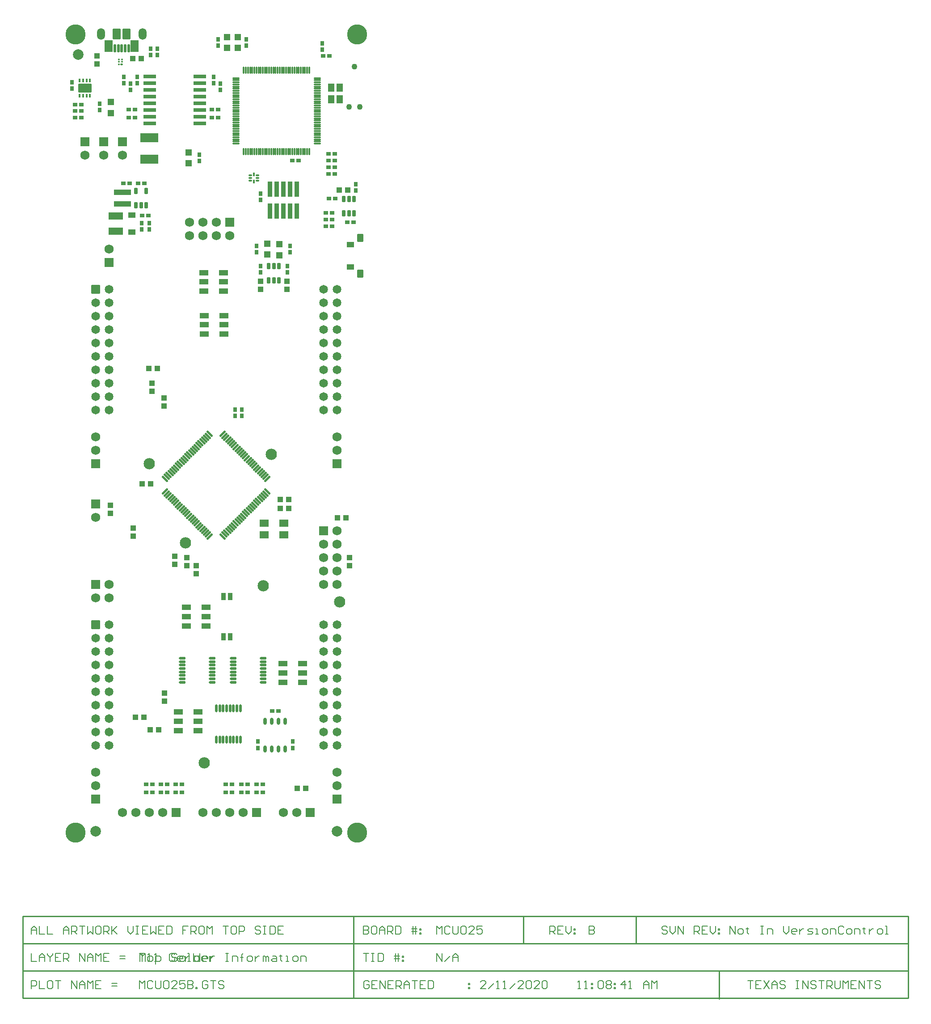
<source format=gts>
G04*
G04 #@! TF.GenerationSoftware,Altium Limited,Altium Designer,18.1.9 (240)*
G04*
G04 Layer_Color=8388736*
%FSAX25Y25*%
%MOIN*%
G70*
G01*
G75*
%ADD11C,0.01000*%
%ADD18C,0.00800*%
G04:AMPARAMS|DCode=72|XSize=29.59mil|YSize=92.58mil|CornerRadius=3.92mil|HoleSize=0mil|Usage=FLASHONLY|Rotation=270.000|XOffset=0mil|YOffset=0mil|HoleType=Round|Shape=RoundedRectangle|*
%AMROUNDEDRECTD72*
21,1,0.02959,0.08474,0,0,270.0*
21,1,0.02175,0.09258,0,0,270.0*
1,1,0.00784,-0.04237,-0.01088*
1,1,0.00784,-0.04237,0.01088*
1,1,0.00784,0.04237,0.01088*
1,1,0.00784,0.04237,-0.01088*
%
%ADD72ROUNDEDRECTD72*%
G04:AMPARAMS|DCode=73|XSize=11.87mil|YSize=17.78mil|CornerRadius=3.97mil|HoleSize=0mil|Usage=FLASHONLY|Rotation=270.000|XOffset=0mil|YOffset=0mil|HoleType=Round|Shape=RoundedRectangle|*
%AMROUNDEDRECTD73*
21,1,0.01187,0.00984,0,0,270.0*
21,1,0.00394,0.01778,0,0,270.0*
1,1,0.00794,-0.00492,-0.00197*
1,1,0.00794,-0.00492,0.00197*
1,1,0.00794,0.00492,0.00197*
1,1,0.00794,0.00492,-0.00197*
%
%ADD73ROUNDEDRECTD73*%
G04:AMPARAMS|DCode=74|XSize=11.87mil|YSize=15.81mil|CornerRadius=3.97mil|HoleSize=0mil|Usage=FLASHONLY|Rotation=270.000|XOffset=0mil|YOffset=0mil|HoleType=Round|Shape=RoundedRectangle|*
%AMROUNDEDRECTD74*
21,1,0.01187,0.00787,0,0,270.0*
21,1,0.00394,0.01581,0,0,270.0*
1,1,0.00794,-0.00394,-0.00197*
1,1,0.00794,-0.00394,0.00197*
1,1,0.00794,0.00394,0.00197*
1,1,0.00794,0.00394,-0.00197*
%
%ADD74ROUNDEDRECTD74*%
%ADD75R,0.06699X0.05321*%
%ADD76R,0.03550X0.02762*%
%ADD77R,0.05124X0.05124*%
%ADD78O,0.02565X0.05321*%
%ADD79R,0.02762X0.03550*%
%ADD80R,0.05124X0.05912*%
%ADD81R,0.03313X0.11384*%
G04:AMPARAMS|DCode=82|XSize=15.81mil|YSize=27.62mil|CornerRadius=3.95mil|HoleSize=0mil|Usage=FLASHONLY|Rotation=0.000|XOffset=0mil|YOffset=0mil|HoleType=Round|Shape=RoundedRectangle|*
%AMROUNDEDRECTD82*
21,1,0.01581,0.01972,0,0,0.0*
21,1,0.00791,0.02762,0,0,0.0*
1,1,0.00790,0.00396,-0.00986*
1,1,0.00790,-0.00396,-0.00986*
1,1,0.00790,-0.00396,0.00986*
1,1,0.00790,0.00396,0.00986*
%
%ADD82ROUNDEDRECTD82*%
G04:AMPARAMS|DCode=83|XSize=13.84mil|YSize=25.65mil|CornerRadius=3.97mil|HoleSize=0mil|Usage=FLASHONLY|Rotation=270.000|XOffset=0mil|YOffset=0mil|HoleType=Round|Shape=RoundedRectangle|*
%AMROUNDEDRECTD83*
21,1,0.01384,0.01772,0,0,270.0*
21,1,0.00591,0.02565,0,0,270.0*
1,1,0.00794,-0.00886,-0.00295*
1,1,0.00794,-0.00886,0.00295*
1,1,0.00794,0.00886,0.00295*
1,1,0.00794,0.00886,-0.00295*
%
%ADD83ROUNDEDRECTD83*%
G04:AMPARAMS|DCode=84|XSize=11.87mil|YSize=25.65mil|CornerRadius=3.97mil|HoleSize=0mil|Usage=FLASHONLY|Rotation=270.000|XOffset=0mil|YOffset=0mil|HoleType=Round|Shape=RoundedRectangle|*
%AMROUNDEDRECTD84*
21,1,0.01187,0.01772,0,0,270.0*
21,1,0.00394,0.02565,0,0,270.0*
1,1,0.00794,-0.00886,-0.00197*
1,1,0.00794,-0.00886,0.00197*
1,1,0.00794,0.00886,0.00197*
1,1,0.00794,0.00886,-0.00197*
%
%ADD84ROUNDEDRECTD84*%
%ADD85R,0.05124X0.04731*%
%ADD86C,0.07874*%
%ADD87R,0.13786X0.06699*%
%ADD88R,0.05203X0.04002*%
%ADD89R,0.12998X0.04337*%
G04:AMPARAMS|DCode=90|XSize=39.43mil|YSize=55.18mil|CornerRadius=3.95mil|HoleSize=0mil|Usage=FLASHONLY|Rotation=270.000|XOffset=0mil|YOffset=0mil|HoleType=Round|Shape=RoundedRectangle|*
%AMROUNDEDRECTD90*
21,1,0.03943,0.04728,0,0,270.0*
21,1,0.03154,0.05518,0,0,270.0*
1,1,0.00790,-0.02364,-0.01577*
1,1,0.00790,-0.02364,0.01577*
1,1,0.00790,0.02364,0.01577*
1,1,0.00790,0.02364,-0.01577*
%
%ADD90ROUNDEDRECTD90*%
G04:AMPARAMS|DCode=91|XSize=61.09mil|YSize=43.37mil|CornerRadius=3.97mil|HoleSize=0mil|Usage=FLASHONLY|Rotation=270.000|XOffset=0mil|YOffset=0mil|HoleType=Round|Shape=RoundedRectangle|*
%AMROUNDEDRECTD91*
21,1,0.06109,0.03543,0,0,270.0*
21,1,0.05315,0.04337,0,0,270.0*
1,1,0.00794,-0.01772,-0.02657*
1,1,0.00794,-0.01772,0.02657*
1,1,0.00794,0.01772,0.02657*
1,1,0.00794,0.01772,-0.02657*
%
%ADD91ROUNDEDRECTD91*%
%ADD92R,0.06699X0.04337*%
G04:AMPARAMS|DCode=93|XSize=27.62mil|YSize=43.37mil|CornerRadius=4.01mil|HoleSize=0mil|Usage=FLASHONLY|Rotation=180.000|XOffset=0mil|YOffset=0mil|HoleType=Round|Shape=RoundedRectangle|*
%AMROUNDEDRECTD93*
21,1,0.02762,0.03535,0,0,180.0*
21,1,0.01961,0.04337,0,0,180.0*
1,1,0.00802,-0.00980,0.01768*
1,1,0.00802,0.00980,0.01768*
1,1,0.00802,0.00980,-0.01768*
1,1,0.00802,-0.00980,-0.01768*
%
%ADD93ROUNDEDRECTD93*%
G04:AMPARAMS|DCode=94|XSize=68.96mil|YSize=98.49mil|CornerRadius=3.95mil|HoleSize=0mil|Usage=FLASHONLY|Rotation=270.000|XOffset=0mil|YOffset=0mil|HoleType=Round|Shape=RoundedRectangle|*
%AMROUNDEDRECTD94*
21,1,0.06896,0.09059,0,0,270.0*
21,1,0.06106,0.09849,0,0,270.0*
1,1,0.00790,-0.04530,-0.03053*
1,1,0.00790,-0.04530,0.03053*
1,1,0.00790,0.04530,0.03053*
1,1,0.00790,0.04530,-0.03053*
%
%ADD94ROUNDEDRECTD94*%
%ADD95R,0.11030X0.05518*%
%ADD96R,0.04140X0.04337*%
%ADD97R,0.04337X0.04140*%
%ADD98R,0.03392X0.05400*%
%ADD99R,0.06699X0.04337*%
%ADD100O,0.01187X0.05912*%
%ADD101O,0.05912X0.01187*%
%ADD102O,0.02172X0.05912*%
%ADD103O,0.05124X0.01975*%
G04:AMPARAMS|DCode=104|XSize=62.07mil|YSize=86.68mil|CornerRadius=4.03mil|HoleSize=0mil|Usage=FLASHONLY|Rotation=0.000|XOffset=0mil|YOffset=0mil|HoleType=Round|Shape=RoundedRectangle|*
%AMROUNDEDRECTD104*
21,1,0.06207,0.07861,0,0,0.0*
21,1,0.05401,0.08668,0,0,0.0*
1,1,0.00807,0.02700,-0.03931*
1,1,0.00807,-0.02700,-0.03931*
1,1,0.00807,-0.02700,0.03931*
1,1,0.00807,0.02700,0.03931*
%
%ADD104ROUNDEDRECTD104*%
G04:AMPARAMS|DCode=105|XSize=58.13mil|YSize=78.8mil|CornerRadius=3.9mil|HoleSize=0mil|Usage=FLASHONLY|Rotation=0.000|XOffset=0mil|YOffset=0mil|HoleType=Round|Shape=RoundedRectangle|*
%AMROUNDEDRECTD105*
21,1,0.05813,0.07101,0,0,0.0*
21,1,0.05034,0.07880,0,0,0.0*
1,1,0.00779,0.02517,-0.03551*
1,1,0.00779,-0.02517,-0.03551*
1,1,0.00779,-0.02517,0.03551*
1,1,0.00779,0.02517,0.03551*
%
%ADD105ROUNDEDRECTD105*%
G04:AMPARAMS|DCode=106|XSize=21.72mil|YSize=58.33mil|CornerRadius=3.95mil|HoleSize=0mil|Usage=FLASHONLY|Rotation=0.000|XOffset=0mil|YOffset=0mil|HoleType=Round|Shape=RoundedRectangle|*
%AMROUNDEDRECTD106*
21,1,0.02172,0.05043,0,0,0.0*
21,1,0.01382,0.05833,0,0,0.0*
1,1,0.00790,0.00691,-0.02522*
1,1,0.00790,-0.00691,-0.02522*
1,1,0.00790,-0.00691,0.02522*
1,1,0.00790,0.00691,0.02522*
%
%ADD106ROUNDEDRECTD106*%
G04:AMPARAMS|DCode=107|XSize=15.81mil|YSize=61.09mil|CornerRadius=0mil|HoleSize=0mil|Usage=FLASHONLY|Rotation=315.000|XOffset=0mil|YOffset=0mil|HoleType=Round|Shape=Round|*
%AMOVALD107*
21,1,0.04528,0.01581,0.00000,0.00000,45.0*
1,1,0.01581,-0.01601,-0.01601*
1,1,0.01581,0.01601,0.01601*
%
%ADD107OVALD107*%

G04:AMPARAMS|DCode=108|XSize=15.81mil|YSize=61.09mil|CornerRadius=0mil|HoleSize=0mil|Usage=FLASHONLY|Rotation=45.000|XOffset=0mil|YOffset=0mil|HoleType=Round|Shape=Round|*
%AMOVALD108*
21,1,0.04528,0.01581,0.00000,0.00000,135.0*
1,1,0.01581,0.01601,-0.01601*
1,1,0.01581,-0.01601,0.01601*
%
%ADD108OVALD108*%

G04:AMPARAMS|DCode=109|XSize=68.96mil|YSize=68.96mil|CornerRadius=3.95mil|HoleSize=0mil|Usage=FLASHONLY|Rotation=270.000|XOffset=0mil|YOffset=0mil|HoleType=Round|Shape=RoundedRectangle|*
%AMROUNDEDRECTD109*
21,1,0.06896,0.06106,0,0,270.0*
21,1,0.06106,0.06896,0,0,270.0*
1,1,0.00790,-0.03053,-0.03053*
1,1,0.00790,-0.03053,0.03053*
1,1,0.00790,0.03053,0.03053*
1,1,0.00790,0.03053,-0.03053*
%
%ADD109ROUNDEDRECTD109*%
%ADD110C,0.06896*%
%ADD111C,0.08400*%
%ADD112R,0.06896X0.06896*%
G04:AMPARAMS|DCode=113|XSize=68.96mil|YSize=68.96mil|CornerRadius=3.95mil|HoleSize=0mil|Usage=FLASHONLY|Rotation=180.000|XOffset=0mil|YOffset=0mil|HoleType=Round|Shape=RoundedRectangle|*
%AMROUNDEDRECTD113*
21,1,0.06896,0.06106,0,0,180.0*
21,1,0.06106,0.06896,0,0,180.0*
1,1,0.00790,-0.03053,0.03053*
1,1,0.00790,0.03053,0.03053*
1,1,0.00790,0.03053,-0.03053*
1,1,0.00790,-0.03053,-0.03053*
%
%ADD113ROUNDEDRECTD113*%
%ADD114R,0.06896X0.06896*%
%ADD115C,0.06502*%
G04:AMPARAMS|DCode=116|XSize=65.02mil|YSize=65.02mil|CornerRadius=3.83mil|HoleSize=0mil|Usage=FLASHONLY|Rotation=270.000|XOffset=0mil|YOffset=0mil|HoleType=Round|Shape=RoundedRectangle|*
%AMROUNDEDRECTD116*
21,1,0.06502,0.05736,0,0,270.0*
21,1,0.05736,0.06502,0,0,270.0*
1,1,0.00766,-0.02868,-0.02868*
1,1,0.00766,-0.02868,0.02868*
1,1,0.00766,0.02868,0.02868*
1,1,0.00766,0.02868,-0.02868*
%
%ADD116ROUNDEDRECTD116*%
%ADD117C,0.04300*%
G04:AMPARAMS|DCode=118|XSize=86.68mil|YSize=59.12mil|CornerRadius=29.56mil|HoleSize=0mil|Usage=FLASHONLY|Rotation=270.000|XOffset=0mil|YOffset=0mil|HoleType=Round|Shape=RoundedRectangle|*
%AMROUNDEDRECTD118*
21,1,0.08668,0.00000,0,0,270.0*
21,1,0.02756,0.05912,0,0,270.0*
1,1,0.05912,0.00000,-0.01378*
1,1,0.05912,0.00000,0.01378*
1,1,0.05912,0.00000,0.01378*
1,1,0.05912,0.00000,-0.01378*
%
%ADD118ROUNDEDRECTD118*%
%ADD119C,0.15000*%
%ADD120C,0.02368*%
G54D11*
X0559400Y0039400D02*
Y0059683D01*
X0440500Y0040050D02*
X0700200D01*
Y0101050D01*
X0286500Y0040050D02*
Y0101050D01*
X0040000Y0040050D02*
Y0101050D01*
X0040050Y0040050D02*
X0197600D01*
X0040050D02*
Y0101050D01*
X0700200D01*
X0040000Y0040050D02*
X0440500D01*
X0040000Y0060383D02*
X0700000D01*
X0040000Y0080717D02*
X0700200D01*
X0413200D02*
Y0101050D01*
X0497200Y0080717D02*
Y0101050D01*
G54D18*
X0126900Y0073549D02*
X0130899D01*
X0128899D01*
Y0067551D01*
X0133898D02*
X0135897D01*
X0136897Y0068550D01*
Y0070550D01*
X0135897Y0071549D01*
X0133898D01*
X0132898Y0070550D01*
Y0068550D01*
X0133898Y0067551D01*
X0138896Y0065551D02*
Y0071549D01*
X0141895D01*
X0142895Y0070550D01*
Y0068550D01*
X0141895Y0067551D01*
X0138896D01*
X0154891Y0072549D02*
X0153891Y0073549D01*
X0151892D01*
X0150892Y0072549D01*
Y0071549D01*
X0151892Y0070550D01*
X0153891D01*
X0154891Y0069550D01*
Y0068550D01*
X0153891Y0067551D01*
X0151892D01*
X0150892Y0068550D01*
X0157890Y0067551D02*
X0159889D01*
X0160889Y0068550D01*
Y0070550D01*
X0159889Y0071549D01*
X0157890D01*
X0156890Y0070550D01*
Y0068550D01*
X0157890Y0067551D01*
X0162888D02*
X0164888D01*
X0163888D01*
Y0073549D01*
X0162888D01*
X0171885D02*
Y0067551D01*
X0168886D01*
X0167887Y0068550D01*
Y0070550D01*
X0168886Y0071549D01*
X0171885D01*
X0176884Y0067551D02*
X0174884D01*
X0173885Y0068550D01*
Y0070550D01*
X0174884Y0071549D01*
X0176884D01*
X0177884Y0070550D01*
Y0069550D01*
X0173885D01*
X0179883Y0071549D02*
Y0067551D01*
Y0069550D01*
X0180883Y0070550D01*
X0181882Y0071549D01*
X0182882D01*
X0126900Y0073549D02*
X0130899D01*
X0128899D01*
Y0067551D01*
X0133898D02*
X0135897D01*
X0136897Y0068550D01*
Y0070550D01*
X0135897Y0071549D01*
X0133898D01*
X0132898Y0070550D01*
Y0068550D01*
X0133898Y0067551D01*
X0138896Y0065551D02*
Y0071549D01*
X0141895D01*
X0142895Y0070550D01*
Y0068550D01*
X0141895Y0067551D01*
X0138896D01*
X0154891Y0072549D02*
X0153891Y0073549D01*
X0151892D01*
X0150892Y0072549D01*
Y0071549D01*
X0151892Y0070550D01*
X0153891D01*
X0154891Y0069550D01*
Y0068550D01*
X0153891Y0067551D01*
X0151892D01*
X0150892Y0068550D01*
X0157890Y0067551D02*
X0159889D01*
X0160889Y0068550D01*
Y0070550D01*
X0159889Y0071549D01*
X0157890D01*
X0156890Y0070550D01*
Y0068550D01*
X0157890Y0067551D01*
X0162888D02*
X0164888D01*
X0163888D01*
Y0073549D01*
X0162888D01*
X0171885D02*
Y0067551D01*
X0168886D01*
X0167887Y0068550D01*
Y0070550D01*
X0168886Y0071549D01*
X0171885D01*
X0176884Y0067551D02*
X0174884D01*
X0173885Y0068550D01*
Y0070550D01*
X0174884Y0071549D01*
X0176884D01*
X0177884Y0070550D01*
Y0069550D01*
X0173885D01*
X0179883Y0071549D02*
Y0067551D01*
Y0069550D01*
X0180883Y0070550D01*
X0181882Y0071549D01*
X0182882D01*
X0127200Y0067400D02*
Y0073398D01*
X0129199Y0071399D01*
X0131199Y0073398D01*
Y0067400D01*
X0133198D02*
X0135197D01*
X0134198D01*
Y0073398D01*
X0133198Y0072398D01*
X0138196Y0067400D02*
X0140196D01*
X0139196D01*
Y0073398D01*
X0138196Y0072398D01*
X0153192D02*
X0152192Y0073398D01*
X0150193D01*
X0149193Y0072398D01*
Y0068400D01*
X0150193Y0067400D01*
X0152192D01*
X0153192Y0068400D01*
Y0070399D01*
X0151192D01*
X0158190Y0067400D02*
X0156191D01*
X0155191Y0068400D01*
Y0070399D01*
X0156191Y0071399D01*
X0158190D01*
X0159190Y0070399D01*
Y0069399D01*
X0155191D01*
X0161189Y0071399D02*
Y0067400D01*
Y0069399D01*
X0162189Y0070399D01*
X0163188Y0071399D01*
X0164188D01*
X0167187Y0073398D02*
Y0067400D01*
X0170186D01*
X0171186Y0068400D01*
Y0069399D01*
Y0070399D01*
X0170186Y0071399D01*
X0167187D01*
X0176184Y0067400D02*
X0174185D01*
X0173185Y0068400D01*
Y0070399D01*
X0174185Y0071399D01*
X0176184D01*
X0177184Y0070399D01*
Y0069399D01*
X0173185D01*
X0179183Y0071399D02*
Y0067400D01*
Y0069399D01*
X0180183Y0070399D01*
X0181183Y0071399D01*
X0182182D01*
X0191179Y0073398D02*
X0193179D01*
X0192179D01*
Y0067400D01*
X0191179D01*
X0193179D01*
X0196178D02*
Y0071399D01*
X0199177D01*
X0200176Y0070399D01*
Y0067400D01*
X0203175D02*
Y0072398D01*
Y0070399D01*
X0202176D01*
X0204175D01*
X0203175D01*
Y0072398D01*
X0204175Y0073398D01*
X0208174Y0067400D02*
X0210173D01*
X0211173Y0068400D01*
Y0070399D01*
X0210173Y0071399D01*
X0208174D01*
X0207174Y0070399D01*
Y0068400D01*
X0208174Y0067400D01*
X0213172Y0071399D02*
Y0067400D01*
Y0069399D01*
X0214172Y0070399D01*
X0215172Y0071399D01*
X0216171D01*
X0219170Y0067400D02*
Y0071399D01*
X0220170D01*
X0221170Y0070399D01*
Y0067400D01*
Y0070399D01*
X0222169Y0071399D01*
X0223169Y0070399D01*
Y0067400D01*
X0226168Y0071399D02*
X0228167D01*
X0229167Y0070399D01*
Y0067400D01*
X0226168D01*
X0225168Y0068400D01*
X0226168Y0069399D01*
X0229167D01*
X0232166Y0072398D02*
Y0071399D01*
X0231166D01*
X0233166D01*
X0232166D01*
Y0068400D01*
X0233166Y0067400D01*
X0236165D02*
X0238164D01*
X0237164D01*
Y0071399D01*
X0236165D01*
X0242163Y0067400D02*
X0244162D01*
X0245162Y0068400D01*
Y0070399D01*
X0244162Y0071399D01*
X0242163D01*
X0241163Y0070399D01*
Y0068400D01*
X0242163Y0067400D01*
X0247161D02*
Y0071399D01*
X0250160D01*
X0251160Y0070399D01*
Y0067400D01*
X0348550Y0067500D02*
Y0073498D01*
X0352549Y0067500D01*
Y0073498D01*
X0354548Y0067500D02*
X0358547Y0071499D01*
X0360546Y0067500D02*
Y0071499D01*
X0362545Y0073498D01*
X0364545Y0071499D01*
Y0067500D01*
Y0070499D01*
X0360546D01*
X0294000Y0073498D02*
X0297999D01*
X0295999D01*
Y0067500D01*
X0299998Y0073498D02*
X0301997D01*
X0300998D01*
Y0067500D01*
X0299998D01*
X0301997D01*
X0304996Y0073498D02*
Y0067500D01*
X0307996D01*
X0308995Y0068500D01*
Y0072498D01*
X0307996Y0073498D01*
X0304996D01*
X0317992Y0067500D02*
Y0073498D01*
X0319992D02*
Y0067500D01*
X0316993Y0071499D02*
X0319992D01*
X0320991D01*
X0316993Y0069499D02*
X0320991D01*
X0322991Y0071499D02*
X0323990D01*
Y0070499D01*
X0322991D01*
Y0071499D01*
Y0068500D02*
X0323990D01*
Y0067500D01*
X0322991D01*
Y0068500D01*
X0580500Y0052965D02*
X0584499D01*
X0582499D01*
Y0046966D01*
X0590497Y0052965D02*
X0586498D01*
Y0046966D01*
X0590497D01*
X0586498Y0049966D02*
X0588497D01*
X0592496Y0052965D02*
X0596495Y0046966D01*
Y0052965D02*
X0592496Y0046966D01*
X0598494D02*
Y0050965D01*
X0600493Y0052965D01*
X0602493Y0050965D01*
Y0046966D01*
Y0049966D01*
X0598494D01*
X0608491Y0051965D02*
X0607491Y0052965D01*
X0605492D01*
X0604492Y0051965D01*
Y0050965D01*
X0605492Y0049966D01*
X0607491D01*
X0608491Y0048966D01*
Y0047966D01*
X0607491Y0046966D01*
X0605492D01*
X0604492Y0047966D01*
X0616488Y0052965D02*
X0618488D01*
X0617488D01*
Y0046966D01*
X0616488D01*
X0618488D01*
X0621487D02*
Y0052965D01*
X0625486Y0046966D01*
Y0052965D01*
X0631484Y0051965D02*
X0630484Y0052965D01*
X0628484D01*
X0627485Y0051965D01*
Y0050965D01*
X0628484Y0049966D01*
X0630484D01*
X0631484Y0048966D01*
Y0047966D01*
X0630484Y0046966D01*
X0628484D01*
X0627485Y0047966D01*
X0633483Y0052965D02*
X0637482D01*
X0635482D01*
Y0046966D01*
X0639481D02*
Y0052965D01*
X0642480D01*
X0643480Y0051965D01*
Y0049966D01*
X0642480Y0048966D01*
X0639481D01*
X0641480D02*
X0643480Y0046966D01*
X0645479Y0052965D02*
Y0047966D01*
X0646479Y0046966D01*
X0648478D01*
X0649478Y0047966D01*
Y0052965D01*
X0651477Y0046966D02*
Y0052965D01*
X0653476Y0050965D01*
X0655476Y0052965D01*
Y0046966D01*
X0661474Y0052965D02*
X0657475D01*
Y0046966D01*
X0661474D01*
X0657475Y0049966D02*
X0659474D01*
X0663473Y0046966D02*
Y0052965D01*
X0667472Y0046966D01*
Y0052965D01*
X0669471D02*
X0673470D01*
X0671471D01*
Y0046966D01*
X0679468Y0051965D02*
X0678468Y0052965D01*
X0676469D01*
X0675469Y0051965D01*
Y0050965D01*
X0676469Y0049966D01*
X0678468D01*
X0679468Y0048966D01*
Y0047966D01*
X0678468Y0046966D01*
X0676469D01*
X0675469Y0047966D01*
X0454050Y0046966D02*
X0456049D01*
X0455050D01*
Y0052965D01*
X0454050Y0051965D01*
X0459048Y0046966D02*
X0461048D01*
X0460048D01*
Y0052965D01*
X0459048Y0051965D01*
X0464047Y0050965D02*
X0465046D01*
Y0049966D01*
X0464047D01*
Y0050965D01*
Y0047966D02*
X0465046D01*
Y0046966D01*
X0464047D01*
Y0047966D01*
X0469045Y0051965D02*
X0470045Y0052965D01*
X0472044D01*
X0473044Y0051965D01*
Y0047966D01*
X0472044Y0046966D01*
X0470045D01*
X0469045Y0047966D01*
Y0051965D01*
X0475043D02*
X0476043Y0052965D01*
X0478042D01*
X0479042Y0051965D01*
Y0050965D01*
X0478042Y0049966D01*
X0479042Y0048966D01*
Y0047966D01*
X0478042Y0046966D01*
X0476043D01*
X0475043Y0047966D01*
Y0048966D01*
X0476043Y0049966D01*
X0475043Y0050965D01*
Y0051965D01*
X0476043Y0049966D02*
X0478042D01*
X0481041Y0050965D02*
X0482041D01*
Y0049966D01*
X0481041D01*
Y0050965D01*
Y0047966D02*
X0482041D01*
Y0046966D01*
X0481041D01*
Y0047966D01*
X0489039Y0046966D02*
Y0052965D01*
X0486040Y0049966D01*
X0490038D01*
X0492038Y0046966D02*
X0494037D01*
X0493037D01*
Y0052965D01*
X0492038Y0051965D01*
X0503034Y0046966D02*
Y0050965D01*
X0505033Y0052965D01*
X0507033Y0050965D01*
Y0046966D01*
Y0049966D01*
X0503034D01*
X0509032Y0046966D02*
Y0052965D01*
X0511031Y0050965D01*
X0513031Y0052965D01*
Y0046966D01*
X0046350D02*
Y0052965D01*
X0049349D01*
X0050349Y0051965D01*
Y0049966D01*
X0049349Y0048966D01*
X0046350D01*
X0052348Y0052965D02*
Y0046966D01*
X0056347D01*
X0061345Y0052965D02*
X0059346D01*
X0058346Y0051965D01*
Y0047966D01*
X0059346Y0046966D01*
X0061345D01*
X0062345Y0047966D01*
Y0051965D01*
X0061345Y0052965D01*
X0064344D02*
X0068343D01*
X0066343D01*
Y0046966D01*
X0076340D02*
Y0052965D01*
X0080339Y0046966D01*
Y0052965D01*
X0082338Y0046966D02*
Y0050965D01*
X0084338Y0052965D01*
X0086337Y0050965D01*
Y0046966D01*
Y0049966D01*
X0082338D01*
X0088336Y0046966D02*
Y0052965D01*
X0090336Y0050965D01*
X0092335Y0052965D01*
Y0046966D01*
X0098333Y0052965D02*
X0094335D01*
Y0046966D01*
X0098333D01*
X0094335Y0049966D02*
X0096334D01*
X0106331Y0048966D02*
X0110329D01*
X0106331Y0050965D02*
X0110329D01*
X0046350Y0073549D02*
Y0067551D01*
X0050349D01*
X0052348D02*
Y0071549D01*
X0054347Y0073549D01*
X0056347Y0071549D01*
Y0067551D01*
Y0070550D01*
X0052348D01*
X0058346Y0073549D02*
Y0072549D01*
X0060346Y0070550D01*
X0062345Y0072549D01*
Y0073549D01*
X0060346Y0070550D02*
Y0067551D01*
X0068343Y0073549D02*
X0064344D01*
Y0067551D01*
X0068343D01*
X0064344Y0070550D02*
X0066343D01*
X0070342Y0067551D02*
Y0073549D01*
X0073341D01*
X0074341Y0072549D01*
Y0070550D01*
X0073341Y0069550D01*
X0070342D01*
X0072342D02*
X0074341Y0067551D01*
X0082338D02*
Y0073549D01*
X0086337Y0067551D01*
Y0073549D01*
X0088336Y0067551D02*
Y0071549D01*
X0090336Y0073549D01*
X0092335Y0071549D01*
Y0067551D01*
Y0070550D01*
X0088336D01*
X0094335Y0067551D02*
Y0073549D01*
X0096334Y0071549D01*
X0098333Y0073549D01*
Y0067551D01*
X0104331Y0073549D02*
X0100332D01*
Y0067551D01*
X0104331D01*
X0100332Y0070550D02*
X0102332D01*
X0112329Y0069550D02*
X0116327D01*
X0112329Y0071549D02*
X0116327D01*
X0294000Y0093831D02*
Y0087833D01*
X0296999D01*
X0297999Y0088833D01*
Y0089833D01*
X0296999Y0090832D01*
X0294000D01*
X0296999D01*
X0297999Y0091832D01*
Y0092832D01*
X0296999Y0093831D01*
X0294000D01*
X0302997D02*
X0300998D01*
X0299998Y0092832D01*
Y0088833D01*
X0300998Y0087833D01*
X0302997D01*
X0303997Y0088833D01*
Y0092832D01*
X0302997Y0093831D01*
X0305996Y0087833D02*
Y0091832D01*
X0307996Y0093831D01*
X0309995Y0091832D01*
Y0087833D01*
Y0090832D01*
X0305996D01*
X0311994Y0087833D02*
Y0093831D01*
X0314993D01*
X0315993Y0092832D01*
Y0090832D01*
X0314993Y0089833D01*
X0311994D01*
X0313994D02*
X0315993Y0087833D01*
X0317992Y0093831D02*
Y0087833D01*
X0320991D01*
X0321991Y0088833D01*
Y0092832D01*
X0320991Y0093831D01*
X0317992D01*
X0330988Y0087833D02*
Y0093831D01*
X0332987D02*
Y0087833D01*
X0329988Y0091832D02*
X0332987D01*
X0333987D01*
X0329988Y0089833D02*
X0333987D01*
X0335986Y0091832D02*
X0336986D01*
Y0090832D01*
X0335986D01*
Y0091832D01*
Y0088833D02*
X0336986D01*
Y0087833D01*
X0335986D01*
Y0088833D01*
X0348550Y0087833D02*
Y0093831D01*
X0350549Y0091832D01*
X0352549Y0093831D01*
Y0087833D01*
X0358547Y0092832D02*
X0357547Y0093831D01*
X0355548D01*
X0354548Y0092832D01*
Y0088833D01*
X0355548Y0087833D01*
X0357547D01*
X0358547Y0088833D01*
X0360546Y0093831D02*
Y0088833D01*
X0361546Y0087833D01*
X0363545D01*
X0364545Y0088833D01*
Y0093831D01*
X0366544Y0092832D02*
X0367544Y0093831D01*
X0369543D01*
X0370543Y0092832D01*
Y0088833D01*
X0369543Y0087833D01*
X0367544D01*
X0366544Y0088833D01*
Y0092832D01*
X0376541Y0087833D02*
X0372542D01*
X0376541Y0091832D01*
Y0092832D01*
X0375541Y0093831D01*
X0373542D01*
X0372542Y0092832D01*
X0382539Y0093831D02*
X0378540D01*
Y0090832D01*
X0380540Y0091832D01*
X0381539D01*
X0382539Y0090832D01*
Y0088833D01*
X0381539Y0087833D01*
X0379540D01*
X0378540Y0088833D01*
X0462150Y0093831D02*
Y0087833D01*
X0465149D01*
X0466149Y0088833D01*
Y0089833D01*
X0465149Y0090832D01*
X0462150D01*
X0465149D01*
X0466149Y0091832D01*
Y0092832D01*
X0465149Y0093831D01*
X0462150D01*
X0046350Y0087833D02*
Y0091832D01*
X0048349Y0093831D01*
X0050349Y0091832D01*
Y0087833D01*
Y0090832D01*
X0046350D01*
X0052348Y0093831D02*
Y0087833D01*
X0056347D01*
X0058346Y0093831D02*
Y0087833D01*
X0062345D01*
X0070342D02*
Y0091832D01*
X0072342Y0093831D01*
X0074341Y0091832D01*
Y0087833D01*
Y0090832D01*
X0070342D01*
X0076340Y0087833D02*
Y0093831D01*
X0079339D01*
X0080339Y0092832D01*
Y0090832D01*
X0079339Y0089833D01*
X0076340D01*
X0078340D02*
X0080339Y0087833D01*
X0082338Y0093831D02*
X0086337D01*
X0084338D01*
Y0087833D01*
X0088336Y0093831D02*
Y0087833D01*
X0090336Y0089833D01*
X0092335Y0087833D01*
Y0093831D01*
X0097334D02*
X0095334D01*
X0094335Y0092832D01*
Y0088833D01*
X0095334Y0087833D01*
X0097334D01*
X0098333Y0088833D01*
Y0092832D01*
X0097334Y0093831D01*
X0100332Y0087833D02*
Y0093831D01*
X0103332D01*
X0104331Y0092832D01*
Y0090832D01*
X0103332Y0089833D01*
X0100332D01*
X0102332D02*
X0104331Y0087833D01*
X0106331Y0093831D02*
Y0087833D01*
Y0089833D01*
X0110329Y0093831D01*
X0107330Y0090832D01*
X0110329Y0087833D01*
X0118327Y0093831D02*
Y0089833D01*
X0120326Y0087833D01*
X0122325Y0089833D01*
Y0093831D01*
X0124325D02*
X0126324D01*
X0125324D01*
Y0087833D01*
X0124325D01*
X0126324D01*
X0133322Y0093831D02*
X0129323D01*
Y0087833D01*
X0133322D01*
X0129323Y0090832D02*
X0131323D01*
X0135321Y0093831D02*
Y0087833D01*
X0137321Y0089833D01*
X0139320Y0087833D01*
Y0093831D01*
X0145318D02*
X0141319D01*
Y0087833D01*
X0145318D01*
X0141319Y0090832D02*
X0143319D01*
X0147317Y0093831D02*
Y0087833D01*
X0150316D01*
X0151316Y0088833D01*
Y0092832D01*
X0150316Y0093831D01*
X0147317D01*
X0163312D02*
X0159313D01*
Y0090832D01*
X0161313D01*
X0159313D01*
Y0087833D01*
X0165312D02*
Y0093831D01*
X0168310D01*
X0169310Y0092832D01*
Y0090832D01*
X0168310Y0089833D01*
X0165312D01*
X0167311D02*
X0169310Y0087833D01*
X0174309Y0093831D02*
X0172309D01*
X0171310Y0092832D01*
Y0088833D01*
X0172309Y0087833D01*
X0174309D01*
X0175308Y0088833D01*
Y0092832D01*
X0174309Y0093831D01*
X0177308Y0087833D02*
Y0093831D01*
X0179307Y0091832D01*
X0181306Y0093831D01*
Y0087833D01*
X0189304Y0093831D02*
X0193303D01*
X0191303D01*
Y0087833D01*
X0198301Y0093831D02*
X0196301D01*
X0195302Y0092832D01*
Y0088833D01*
X0196301Y0087833D01*
X0198301D01*
X0199301Y0088833D01*
Y0092832D01*
X0198301Y0093831D01*
X0201300Y0087833D02*
Y0093831D01*
X0204299D01*
X0205299Y0092832D01*
Y0090832D01*
X0204299Y0089833D01*
X0201300D01*
X0217295Y0092832D02*
X0216295Y0093831D01*
X0214296D01*
X0213296Y0092832D01*
Y0091832D01*
X0214296Y0090832D01*
X0216295D01*
X0217295Y0089833D01*
Y0088833D01*
X0216295Y0087833D01*
X0214296D01*
X0213296Y0088833D01*
X0219294Y0093831D02*
X0221293D01*
X0220294D01*
Y0087833D01*
X0219294D01*
X0221293D01*
X0224292Y0093831D02*
Y0087833D01*
X0227291D01*
X0228291Y0088833D01*
Y0092832D01*
X0227291Y0093831D01*
X0224292D01*
X0234289D02*
X0230291D01*
Y0087833D01*
X0234289D01*
X0230291Y0090832D02*
X0232290D01*
X0298199Y0051965D02*
X0297199Y0052965D01*
X0295200D01*
X0294200Y0051965D01*
Y0047966D01*
X0295200Y0046966D01*
X0297199D01*
X0298199Y0047966D01*
Y0049966D01*
X0296199D01*
X0304197Y0052965D02*
X0300198D01*
Y0046966D01*
X0304197D01*
X0300198Y0049966D02*
X0302197D01*
X0306196Y0046966D02*
Y0052965D01*
X0310195Y0046966D01*
Y0052965D01*
X0316193D02*
X0312194D01*
Y0046966D01*
X0316193D01*
X0312194Y0049966D02*
X0314194D01*
X0318192Y0046966D02*
Y0052965D01*
X0321191D01*
X0322191Y0051965D01*
Y0049966D01*
X0321191Y0048966D01*
X0318192D01*
X0320192D02*
X0322191Y0046966D01*
X0324190D02*
Y0050965D01*
X0326190Y0052965D01*
X0328189Y0050965D01*
Y0046966D01*
Y0049966D01*
X0324190D01*
X0330188Y0052965D02*
X0334187D01*
X0332188D01*
Y0046966D01*
X0340185Y0052965D02*
X0336186D01*
Y0046966D01*
X0340185D01*
X0336186Y0049966D02*
X0338186D01*
X0342184Y0052965D02*
Y0046966D01*
X0345183D01*
X0346183Y0047966D01*
Y0051965D01*
X0345183Y0052965D01*
X0342184D01*
X0372175Y0050965D02*
X0373175D01*
Y0049966D01*
X0372175D01*
Y0050965D01*
Y0047966D02*
X0373175D01*
Y0046966D01*
X0372175D01*
Y0047966D01*
X0385149Y0046966D02*
X0381150D01*
X0385149Y0050965D01*
Y0051965D01*
X0384149Y0052965D01*
X0382150D01*
X0381150Y0051965D01*
X0387148Y0046966D02*
X0391147Y0050965D01*
X0393146Y0046966D02*
X0395146D01*
X0394146D01*
Y0052965D01*
X0393146Y0051965D01*
X0398145Y0046966D02*
X0400144D01*
X0399144D01*
Y0052965D01*
X0398145Y0051965D01*
X0403143Y0046966D02*
X0407142Y0050965D01*
X0413140Y0046966D02*
X0409141D01*
X0413140Y0050965D01*
Y0051965D01*
X0412140Y0052965D01*
X0410141D01*
X0409141Y0051965D01*
X0415139D02*
X0416139Y0052965D01*
X0418138D01*
X0419138Y0051965D01*
Y0047966D01*
X0418138Y0046966D01*
X0416139D01*
X0415139Y0047966D01*
Y0051965D01*
X0425136Y0046966D02*
X0421137D01*
X0425136Y0050965D01*
Y0051965D01*
X0424136Y0052965D01*
X0422137D01*
X0421137Y0051965D01*
X0427135D02*
X0428135Y0052965D01*
X0430134D01*
X0431134Y0051965D01*
Y0047966D01*
X0430134Y0046966D01*
X0428135D01*
X0427135Y0047966D01*
Y0051965D01*
X0126900Y0046966D02*
Y0052965D01*
X0128899Y0050965D01*
X0130899Y0052965D01*
Y0046966D01*
X0136897Y0051965D02*
X0135897Y0052965D01*
X0133898D01*
X0132898Y0051965D01*
Y0047966D01*
X0133898Y0046966D01*
X0135897D01*
X0136897Y0047966D01*
X0138896Y0052965D02*
Y0047966D01*
X0139896Y0046966D01*
X0141895D01*
X0142895Y0047966D01*
Y0052965D01*
X0144894Y0051965D02*
X0145894Y0052965D01*
X0147893D01*
X0148893Y0051965D01*
Y0047966D01*
X0147893Y0046966D01*
X0145894D01*
X0144894Y0047966D01*
Y0051965D01*
X0154891Y0046966D02*
X0150892D01*
X0154891Y0050965D01*
Y0051965D01*
X0153891Y0052965D01*
X0151892D01*
X0150892Y0051965D01*
X0160889Y0052965D02*
X0156890D01*
Y0049966D01*
X0158890Y0050965D01*
X0159889D01*
X0160889Y0049966D01*
Y0047966D01*
X0159889Y0046966D01*
X0157890D01*
X0156890Y0047966D01*
X0162888Y0052965D02*
Y0046966D01*
X0165887D01*
X0166887Y0047966D01*
Y0048966D01*
X0165887Y0049966D01*
X0162888D01*
X0165887D01*
X0166887Y0050965D01*
Y0051965D01*
X0165887Y0052965D01*
X0162888D01*
X0168886Y0046966D02*
Y0047966D01*
X0169886D01*
Y0046966D01*
X0168886D01*
X0177884Y0051965D02*
X0176884Y0052965D01*
X0174884D01*
X0173885Y0051965D01*
Y0047966D01*
X0174884Y0046966D01*
X0176884D01*
X0177884Y0047966D01*
Y0049966D01*
X0175884D01*
X0179883Y0052965D02*
X0183882D01*
X0181882D01*
Y0046966D01*
X0189880Y0051965D02*
X0188880Y0052965D01*
X0186881D01*
X0185881Y0051965D01*
Y0050965D01*
X0186881Y0049966D01*
X0188880D01*
X0189880Y0048966D01*
Y0047966D01*
X0188880Y0046966D01*
X0186881D01*
X0185881Y0047966D01*
X0433000Y0087833D02*
Y0093831D01*
X0435999D01*
X0436999Y0092832D01*
Y0090832D01*
X0435999Y0089833D01*
X0433000D01*
X0434999D02*
X0436999Y0087833D01*
X0442997Y0093831D02*
X0438998D01*
Y0087833D01*
X0442997D01*
X0438998Y0090832D02*
X0440997D01*
X0444996Y0093831D02*
Y0089833D01*
X0446995Y0087833D01*
X0448995Y0089833D01*
Y0093831D01*
X0450994Y0091832D02*
X0451994D01*
Y0090832D01*
X0450994D01*
Y0091832D01*
Y0088833D02*
X0451994D01*
Y0087833D01*
X0450994D01*
Y0088833D01*
X0520799Y0092832D02*
X0519799Y0093831D01*
X0517800D01*
X0516800Y0092832D01*
Y0091832D01*
X0517800Y0090832D01*
X0519799D01*
X0520799Y0089833D01*
Y0088833D01*
X0519799Y0087833D01*
X0517800D01*
X0516800Y0088833D01*
X0522798Y0093831D02*
Y0089833D01*
X0524797Y0087833D01*
X0526797Y0089833D01*
Y0093831D01*
X0528796Y0087833D02*
Y0093831D01*
X0532795Y0087833D01*
Y0093831D01*
X0540792Y0087833D02*
Y0093831D01*
X0543791D01*
X0544791Y0092832D01*
Y0090832D01*
X0543791Y0089833D01*
X0540792D01*
X0542792D02*
X0544791Y0087833D01*
X0550789Y0093831D02*
X0546790D01*
Y0087833D01*
X0550789D01*
X0546790Y0090832D02*
X0548790D01*
X0552788Y0093831D02*
Y0089833D01*
X0554788Y0087833D01*
X0556787Y0089833D01*
Y0093831D01*
X0558786Y0091832D02*
X0559786D01*
Y0090832D01*
X0558786D01*
Y0091832D01*
Y0088833D02*
X0559786D01*
Y0087833D01*
X0558786D01*
Y0088833D01*
X0567400Y0087833D02*
Y0093831D01*
X0571399Y0087833D01*
Y0093831D01*
X0574398Y0087833D02*
X0576397D01*
X0577397Y0088833D01*
Y0090832D01*
X0576397Y0091832D01*
X0574398D01*
X0573398Y0090832D01*
Y0088833D01*
X0574398Y0087833D01*
X0580396Y0092832D02*
Y0091832D01*
X0579396D01*
X0581395D01*
X0580396D01*
Y0088833D01*
X0581395Y0087833D01*
X0590393Y0093831D02*
X0592392D01*
X0591392D01*
Y0087833D01*
X0590393D01*
X0592392D01*
X0595391D02*
Y0091832D01*
X0598390D01*
X0599390Y0090832D01*
Y0087833D01*
X0607387Y0093831D02*
Y0089833D01*
X0609386Y0087833D01*
X0611386Y0089833D01*
Y0093831D01*
X0616384Y0087833D02*
X0614385D01*
X0613385Y0088833D01*
Y0090832D01*
X0614385Y0091832D01*
X0616384D01*
X0617384Y0090832D01*
Y0089833D01*
X0613385D01*
X0619383Y0091832D02*
Y0087833D01*
Y0089833D01*
X0620383Y0090832D01*
X0621383Y0091832D01*
X0622382D01*
X0625381Y0087833D02*
X0628380D01*
X0629380Y0088833D01*
X0628380Y0089833D01*
X0626381D01*
X0625381Y0090832D01*
X0626381Y0091832D01*
X0629380D01*
X0631379Y0087833D02*
X0633379D01*
X0632379D01*
Y0091832D01*
X0631379D01*
X0637377Y0087833D02*
X0639377D01*
X0640376Y0088833D01*
Y0090832D01*
X0639377Y0091832D01*
X0637377D01*
X0636378Y0090832D01*
Y0088833D01*
X0637377Y0087833D01*
X0642376D02*
Y0091832D01*
X0645375D01*
X0646374Y0090832D01*
Y0087833D01*
X0652373Y0092832D02*
X0651373Y0093831D01*
X0649373D01*
X0648374Y0092832D01*
Y0088833D01*
X0649373Y0087833D01*
X0651373D01*
X0652373Y0088833D01*
X0655372Y0087833D02*
X0657371D01*
X0658371Y0088833D01*
Y0090832D01*
X0657371Y0091832D01*
X0655372D01*
X0654372Y0090832D01*
Y0088833D01*
X0655372Y0087833D01*
X0660370D02*
Y0091832D01*
X0663369D01*
X0664369Y0090832D01*
Y0087833D01*
X0667368Y0092832D02*
Y0091832D01*
X0666368D01*
X0668367D01*
X0667368D01*
Y0088833D01*
X0668367Y0087833D01*
X0671366Y0091832D02*
Y0087833D01*
Y0089833D01*
X0672366Y0090832D01*
X0673366Y0091832D01*
X0674365D01*
X0678364Y0087833D02*
X0680364D01*
X0681363Y0088833D01*
Y0090832D01*
X0680364Y0091832D01*
X0678364D01*
X0677364Y0090832D01*
Y0088833D01*
X0678364Y0087833D01*
X0683362D02*
X0685362D01*
X0684362D01*
Y0093831D01*
X0683362D01*
G54D72*
X0171901Y0691900D02*
D03*
Y0696900D02*
D03*
Y0701900D02*
D03*
Y0706900D02*
D03*
Y0711900D02*
D03*
Y0716900D02*
D03*
Y0721900D02*
D03*
Y0726900D02*
D03*
X0134499Y0691900D02*
D03*
Y0696900D02*
D03*
Y0701900D02*
D03*
Y0706900D02*
D03*
Y0711900D02*
D03*
Y0716900D02*
D03*
Y0721900D02*
D03*
Y0726900D02*
D03*
G54D73*
X0113783Y0735931D02*
D03*
G54D74*
X0113881Y0737900D02*
D03*
Y0739868D02*
D03*
X0111519D02*
D03*
Y0737900D02*
D03*
Y0735931D02*
D03*
G54D75*
X0220038Y0385362D02*
D03*
X0234605D02*
D03*
Y0394024D02*
D03*
X0220038D02*
D03*
G54D76*
X0272562Y0669400D02*
D03*
X0267838D02*
D03*
X0272562Y0664400D02*
D03*
X0267838D02*
D03*
X0272562Y0659400D02*
D03*
X0267838D02*
D03*
X0158562Y0199400D02*
D03*
X0153838D02*
D03*
X0225838Y0253900D02*
D03*
X0230562D02*
D03*
X0158562Y0193400D02*
D03*
X0153838D02*
D03*
X0147562Y0199400D02*
D03*
X0142838D02*
D03*
X0147562Y0193400D02*
D03*
X0142838D02*
D03*
X0136562D02*
D03*
X0131838D02*
D03*
X0136562Y0199400D02*
D03*
X0131838D02*
D03*
X0240838Y0664400D02*
D03*
X0245562D02*
D03*
X0114838Y0647400D02*
D03*
X0119562D02*
D03*
X0286562Y0618400D02*
D03*
X0281838D02*
D03*
X0270562Y0615400D02*
D03*
X0265838D02*
D03*
X0268338Y0635900D02*
D03*
X0273062D02*
D03*
X0219062Y0199400D02*
D03*
X0214338D02*
D03*
X0207562D02*
D03*
X0202838D02*
D03*
X0196062D02*
D03*
X0191338D02*
D03*
X0185562Y0702400D02*
D03*
X0180838D02*
D03*
X0185562Y0696400D02*
D03*
X0180838D02*
D03*
X0125838Y0647400D02*
D03*
X0130562D02*
D03*
X0270562Y0625400D02*
D03*
X0265838D02*
D03*
X0133562Y0623400D02*
D03*
X0128838D02*
D03*
X0265838Y0620400D02*
D03*
X0270562D02*
D03*
X0219062Y0193400D02*
D03*
X0214338D02*
D03*
X0207562D02*
D03*
X0202838D02*
D03*
X0196062D02*
D03*
X0191338D02*
D03*
X0268562Y0742400D02*
D03*
X0263838D02*
D03*
X0083562Y0696400D02*
D03*
X0078838D02*
D03*
Y0701300D02*
D03*
X0083562D02*
D03*
X0078838Y0706200D02*
D03*
X0083562D02*
D03*
X0123562Y0702400D02*
D03*
X0118838D02*
D03*
X0123562Y0696400D02*
D03*
X0118838D02*
D03*
X0272562Y0654400D02*
D03*
X0267838D02*
D03*
G54D77*
X0192200Y0756534D02*
D03*
Y0748266D02*
D03*
X0231200Y0593866D02*
D03*
Y0602134D02*
D03*
X0200200Y0756534D02*
D03*
Y0748266D02*
D03*
G54D78*
X0235700Y0246235D02*
D03*
X0230700D02*
D03*
X0225700D02*
D03*
X0220700D02*
D03*
X0235700Y0225565D02*
D03*
X0230700D02*
D03*
X0225700D02*
D03*
X0220700D02*
D03*
G54D79*
X0215200Y0231262D02*
D03*
Y0226538D02*
D03*
X0241200D02*
D03*
Y0231262D02*
D03*
X0182200Y0726762D02*
D03*
Y0722038D02*
D03*
X0217200Y0635038D02*
D03*
Y0639762D02*
D03*
X0128700Y0617762D02*
D03*
Y0613038D02*
D03*
X0198200Y0478762D02*
D03*
Y0474038D02*
D03*
X0288200Y0642038D02*
D03*
Y0646762D02*
D03*
X0115200Y0722038D02*
D03*
Y0726762D02*
D03*
X0140200Y0743038D02*
D03*
Y0747762D02*
D03*
X0134200Y0613038D02*
D03*
Y0617762D02*
D03*
X0203200Y0474038D02*
D03*
Y0478762D02*
D03*
X0217200Y0585762D02*
D03*
Y0581038D02*
D03*
X0237200Y0585762D02*
D03*
Y0581038D02*
D03*
X0135200Y0747762D02*
D03*
Y0743038D02*
D03*
X0185700Y0750038D02*
D03*
Y0754762D02*
D03*
X0206700Y0750038D02*
D03*
Y0754762D02*
D03*
X0263200Y0747038D02*
D03*
Y0751762D02*
D03*
X0187200Y0717038D02*
D03*
Y0721762D02*
D03*
X0076500Y0718038D02*
D03*
Y0722762D02*
D03*
X0120200Y0717038D02*
D03*
Y0721762D02*
D03*
X0125200Y0726762D02*
D03*
Y0722038D02*
D03*
X0171700Y0668762D02*
D03*
Y0664038D02*
D03*
X0214137Y0600746D02*
D03*
Y0596022D02*
D03*
X0239137Y0600746D02*
D03*
Y0596022D02*
D03*
X0097200Y0706762D02*
D03*
Y0702038D02*
D03*
G54D80*
X0270050Y0718731D02*
D03*
Y0710069D02*
D03*
X0276350Y0718731D02*
D03*
Y0710069D02*
D03*
G54D81*
X0244200Y0642912D02*
D03*
Y0626888D02*
D03*
X0239200Y0642912D02*
D03*
X0234200D02*
D03*
X0229200D02*
D03*
X0224200D02*
D03*
X0239200Y0626888D02*
D03*
X0234200D02*
D03*
X0229200D02*
D03*
X0224200D02*
D03*
G54D82*
X0212200Y0648841D02*
D03*
Y0653959D02*
D03*
X0090039Y0712888D02*
D03*
X0087480D02*
D03*
X0084921D02*
D03*
X0082361D02*
D03*
Y0723912D02*
D03*
X0084921D02*
D03*
X0087480D02*
D03*
X0090039D02*
D03*
G54D83*
X0214857Y0649431D02*
D03*
Y0653368D02*
D03*
X0209543D02*
D03*
Y0649431D02*
D03*
G54D84*
X0214857Y0651400D02*
D03*
X0209543D02*
D03*
G54D85*
X0222137Y0602518D02*
D03*
Y0594250D02*
D03*
X0105700Y0699766D02*
D03*
Y0708034D02*
D03*
X0163700Y0662266D02*
D03*
Y0670534D02*
D03*
G54D86*
X0274200Y0164400D02*
D03*
X0094200D02*
D03*
X0081200Y0743400D02*
D03*
G54D87*
X0134200Y0665526D02*
D03*
Y0681274D02*
D03*
G54D88*
X0121200Y0610953D02*
D03*
Y0623847D02*
D03*
G54D89*
X0114200Y0640731D02*
D03*
Y0632069D02*
D03*
G54D90*
X0284444Y0601668D02*
D03*
Y0585132D02*
D03*
G54D91*
X0291531Y0606687D02*
D03*
X0291531Y0580113D02*
D03*
G54D92*
X0176483Y0331290D02*
D03*
Y0324400D02*
D03*
Y0317510D02*
D03*
X0161917D02*
D03*
Y0324400D02*
D03*
Y0331290D02*
D03*
X0189983Y0548790D02*
D03*
Y0541900D02*
D03*
Y0535010D02*
D03*
X0175417D02*
D03*
Y0541900D02*
D03*
Y0548790D02*
D03*
X0174917Y0567010D02*
D03*
Y0573900D02*
D03*
Y0580790D02*
D03*
X0189483D02*
D03*
Y0573900D02*
D03*
Y0567010D02*
D03*
X0248483Y0289290D02*
D03*
Y0282400D02*
D03*
Y0275510D02*
D03*
X0233917D02*
D03*
Y0282400D02*
D03*
Y0289290D02*
D03*
G54D93*
X0124460Y0630987D02*
D03*
X0128200D02*
D03*
X0131940D02*
D03*
Y0641813D02*
D03*
X0124460D02*
D03*
X0223460Y0585813D02*
D03*
X0227200D02*
D03*
X0230940D02*
D03*
Y0574987D02*
D03*
X0227200D02*
D03*
X0223460D02*
D03*
X0279460Y0624987D02*
D03*
X0283200D02*
D03*
X0286940D02*
D03*
Y0635813D02*
D03*
X0283200D02*
D03*
X0279460D02*
D03*
G54D94*
X0086200Y0718400D02*
D03*
G54D95*
X0109200Y0623109D02*
D03*
Y0611691D02*
D03*
G54D96*
X0169200Y0356250D02*
D03*
Y0362550D02*
D03*
X0105200Y0401250D02*
D03*
Y0407550D02*
D03*
X0095200Y0736250D02*
D03*
Y0742550D02*
D03*
X0136200Y0498550D02*
D03*
Y0492250D02*
D03*
X0145700Y0261250D02*
D03*
Y0267550D02*
D03*
X0162200Y0368550D02*
D03*
Y0362250D02*
D03*
X0217200Y0574550D02*
D03*
Y0568250D02*
D03*
X0237100Y0574550D02*
D03*
Y0568250D02*
D03*
X0283700Y0362250D02*
D03*
Y0368550D02*
D03*
X0145200Y0487550D02*
D03*
Y0481250D02*
D03*
X0122200Y0390550D02*
D03*
Y0384250D02*
D03*
X0153200Y0369550D02*
D03*
Y0363250D02*
D03*
G54D97*
X0129050Y0423400D02*
D03*
X0135350D02*
D03*
X0128350Y0740400D02*
D03*
X0122050D02*
D03*
X0282350Y0642400D02*
D03*
X0276050D02*
D03*
X0238350Y0411800D02*
D03*
X0232050D02*
D03*
X0238350Y0405000D02*
D03*
X0232050D02*
D03*
X0134050Y0509400D02*
D03*
X0140350D02*
D03*
X0141350Y0239900D02*
D03*
X0135050D02*
D03*
X0280850Y0397900D02*
D03*
X0274550D02*
D03*
X0124050Y0249400D02*
D03*
X0130350D02*
D03*
X0250850Y0196400D02*
D03*
X0244550D02*
D03*
G54D98*
X0194700Y0339400D02*
D03*
X0189700D02*
D03*
Y0309400D02*
D03*
X0194700D02*
D03*
G54D99*
X0170484Y0239510D02*
D03*
Y0246400D02*
D03*
Y0253290D02*
D03*
X0155917D02*
D03*
Y0246400D02*
D03*
Y0239510D02*
D03*
G54D100*
X0204791Y0731715D02*
D03*
X0206365D02*
D03*
X0207940D02*
D03*
X0209515D02*
D03*
X0211090D02*
D03*
X0212665D02*
D03*
X0214239D02*
D03*
X0215814D02*
D03*
X0217389D02*
D03*
X0218964D02*
D03*
X0220539D02*
D03*
X0222113D02*
D03*
X0223688D02*
D03*
X0225263D02*
D03*
X0226838D02*
D03*
X0228413D02*
D03*
X0229987D02*
D03*
X0231562D02*
D03*
X0233137D02*
D03*
X0234712D02*
D03*
X0236287D02*
D03*
X0237861D02*
D03*
X0239436D02*
D03*
X0241011D02*
D03*
X0242586D02*
D03*
X0244161D02*
D03*
X0245735D02*
D03*
X0247310D02*
D03*
X0248885D02*
D03*
X0250460D02*
D03*
X0252035D02*
D03*
X0253609D02*
D03*
Y0671085D02*
D03*
X0252035D02*
D03*
X0250460D02*
D03*
X0248885D02*
D03*
X0247310D02*
D03*
X0245735D02*
D03*
X0244161D02*
D03*
X0242586D02*
D03*
X0241011D02*
D03*
X0239436D02*
D03*
X0237861D02*
D03*
X0236287D02*
D03*
X0234712D02*
D03*
X0233137D02*
D03*
X0231562D02*
D03*
X0229987D02*
D03*
X0228413D02*
D03*
X0226838D02*
D03*
X0225263D02*
D03*
X0223688D02*
D03*
X0222113D02*
D03*
X0220539D02*
D03*
X0218964D02*
D03*
X0217389D02*
D03*
X0215814D02*
D03*
X0214239D02*
D03*
X0212665D02*
D03*
X0211090D02*
D03*
X0209515D02*
D03*
X0207940D02*
D03*
X0206365D02*
D03*
X0204791D02*
D03*
G54D101*
X0259515Y0725809D02*
D03*
Y0724235D02*
D03*
Y0722660D02*
D03*
Y0721085D02*
D03*
Y0719510D02*
D03*
Y0717935D02*
D03*
Y0716361D02*
D03*
Y0714786D02*
D03*
Y0713211D02*
D03*
Y0711636D02*
D03*
Y0710061D02*
D03*
Y0708487D02*
D03*
Y0706912D02*
D03*
Y0705337D02*
D03*
Y0703762D02*
D03*
Y0702187D02*
D03*
Y0700613D02*
D03*
Y0699038D02*
D03*
Y0697463D02*
D03*
Y0695888D02*
D03*
Y0694313D02*
D03*
Y0692739D02*
D03*
Y0691164D02*
D03*
Y0689589D02*
D03*
Y0688014D02*
D03*
Y0686439D02*
D03*
Y0684865D02*
D03*
Y0683290D02*
D03*
Y0681715D02*
D03*
Y0680140D02*
D03*
Y0678565D02*
D03*
Y0676991D02*
D03*
X0198885D02*
D03*
Y0678565D02*
D03*
Y0680140D02*
D03*
Y0681715D02*
D03*
Y0683290D02*
D03*
Y0684865D02*
D03*
Y0686439D02*
D03*
Y0688014D02*
D03*
Y0689589D02*
D03*
Y0691164D02*
D03*
Y0692739D02*
D03*
Y0694313D02*
D03*
Y0695888D02*
D03*
Y0697463D02*
D03*
Y0699038D02*
D03*
Y0700613D02*
D03*
Y0702187D02*
D03*
Y0703762D02*
D03*
Y0705337D02*
D03*
Y0706912D02*
D03*
Y0708487D02*
D03*
Y0710061D02*
D03*
Y0711636D02*
D03*
Y0713211D02*
D03*
Y0714786D02*
D03*
Y0716361D02*
D03*
Y0717935D02*
D03*
Y0719510D02*
D03*
Y0721085D02*
D03*
Y0722660D02*
D03*
Y0724235D02*
D03*
Y0725809D02*
D03*
G54D102*
X0202157Y0256014D02*
D03*
X0199598D02*
D03*
X0197039D02*
D03*
X0194480D02*
D03*
X0191920D02*
D03*
X0189361D02*
D03*
X0186802D02*
D03*
X0184243D02*
D03*
X0202157Y0232786D02*
D03*
X0199598D02*
D03*
X0197039D02*
D03*
X0194480D02*
D03*
X0191920D02*
D03*
X0189361D02*
D03*
X0186802D02*
D03*
X0184243D02*
D03*
G54D103*
X0219421Y0275443D02*
D03*
Y0278002D02*
D03*
Y0280561D02*
D03*
Y0283120D02*
D03*
Y0285680D02*
D03*
Y0288239D02*
D03*
Y0290798D02*
D03*
Y0293357D02*
D03*
X0196979Y0275443D02*
D03*
Y0278002D02*
D03*
Y0280561D02*
D03*
Y0283120D02*
D03*
Y0285680D02*
D03*
Y0288239D02*
D03*
Y0290798D02*
D03*
Y0293357D02*
D03*
X0181421Y0275443D02*
D03*
Y0278002D02*
D03*
Y0280561D02*
D03*
Y0283120D02*
D03*
Y0285680D02*
D03*
Y0288239D02*
D03*
Y0290798D02*
D03*
Y0293357D02*
D03*
X0158979Y0275443D02*
D03*
Y0278002D02*
D03*
Y0280561D02*
D03*
Y0283120D02*
D03*
Y0285680D02*
D03*
Y0288239D02*
D03*
Y0290798D02*
D03*
Y0293357D02*
D03*
G54D104*
X0104005Y0749636D02*
D03*
X0123395D02*
D03*
G54D105*
X0110009Y0758691D02*
D03*
X0117391D02*
D03*
G54D106*
X0108582Y0748219D02*
D03*
X0111141Y0748219D02*
D03*
X0113700Y0748219D02*
D03*
X0116259Y0748219D02*
D03*
X0118818Y0748219D02*
D03*
G54D107*
X0189002Y0460609D02*
D03*
X0190394Y0459217D02*
D03*
X0191786Y0457825D02*
D03*
X0193178Y0456433D02*
D03*
X0194570Y0455041D02*
D03*
X0195962Y0453649D02*
D03*
X0197354Y0452257D02*
D03*
X0198746Y0450865D02*
D03*
X0200138Y0449473D02*
D03*
X0201530Y0448081D02*
D03*
X0202922Y0446689D02*
D03*
X0204314Y0445297D02*
D03*
X0205705Y0443905D02*
D03*
X0207098Y0442514D02*
D03*
X0208489Y0441122D02*
D03*
X0209881Y0439730D02*
D03*
X0211273Y0438338D02*
D03*
X0212665Y0436946D02*
D03*
X0214057Y0435554D02*
D03*
X0215449Y0434162D02*
D03*
X0216841Y0432770D02*
D03*
X0218233Y0431378D02*
D03*
X0219625Y0429986D02*
D03*
X0221017Y0428594D02*
D03*
X0222409Y0427202D02*
D03*
X0179398Y0384191D02*
D03*
X0178006Y0385583D02*
D03*
X0176614Y0386975D02*
D03*
X0175222Y0388367D02*
D03*
X0173830Y0389759D02*
D03*
X0172438Y0391151D02*
D03*
X0171046Y0392543D02*
D03*
X0169654Y0393935D02*
D03*
X0168262Y0395327D02*
D03*
X0166870Y0396719D02*
D03*
X0165478Y0398111D02*
D03*
X0164086Y0399503D02*
D03*
X0162695Y0400894D02*
D03*
X0161303Y0402286D02*
D03*
X0159911Y0403678D02*
D03*
X0158519Y0405070D02*
D03*
X0157127Y0406462D02*
D03*
X0155735Y0407854D02*
D03*
X0154343Y0409246D02*
D03*
X0152951Y0410638D02*
D03*
X0151559Y0412030D02*
D03*
X0150167Y0413422D02*
D03*
X0148775Y0414814D02*
D03*
X0147383Y0416206D02*
D03*
X0145991Y0417598D02*
D03*
G54D108*
X0222409D02*
D03*
X0221017Y0416206D02*
D03*
X0219625Y0414814D02*
D03*
X0218233Y0413422D02*
D03*
X0216841Y0412030D02*
D03*
X0215449Y0410638D02*
D03*
X0214057Y0409246D02*
D03*
X0212665Y0407854D02*
D03*
X0211273Y0406462D02*
D03*
X0209881Y0405070D02*
D03*
X0208489Y0403678D02*
D03*
X0207098Y0402286D02*
D03*
X0205705Y0400894D02*
D03*
X0204314Y0399503D02*
D03*
X0202922Y0398111D02*
D03*
X0201530Y0396719D02*
D03*
X0200138Y0395327D02*
D03*
X0198746Y0393935D02*
D03*
X0197354Y0392543D02*
D03*
X0195962Y0391151D02*
D03*
X0194570Y0389759D02*
D03*
X0193178Y0388367D02*
D03*
X0191786Y0386975D02*
D03*
X0190394Y0385583D02*
D03*
X0189002Y0384191D02*
D03*
X0145991Y0427202D02*
D03*
X0147383Y0428594D02*
D03*
X0148775Y0429986D02*
D03*
X0150167Y0431378D02*
D03*
X0151559Y0432770D02*
D03*
X0152951Y0434162D02*
D03*
X0154343Y0435554D02*
D03*
X0155735Y0436946D02*
D03*
X0157127Y0438338D02*
D03*
X0158519Y0439730D02*
D03*
X0159911Y0441122D02*
D03*
X0161302Y0442514D02*
D03*
X0162695Y0443905D02*
D03*
X0164086Y0445297D02*
D03*
X0165478Y0446689D02*
D03*
X0166870Y0448081D02*
D03*
X0168262Y0449473D02*
D03*
X0169654Y0450865D02*
D03*
X0171046Y0452257D02*
D03*
X0172438Y0453649D02*
D03*
X0173830Y0455041D02*
D03*
X0175222Y0456433D02*
D03*
X0176614Y0457825D02*
D03*
X0178006Y0459217D02*
D03*
X0179398Y0460609D02*
D03*
G54D109*
X0264200Y0388400D02*
D03*
X0094200Y0348400D02*
D03*
G54D110*
X0274200Y0388400D02*
D03*
X0264200Y0378400D02*
D03*
X0274200D02*
D03*
X0264200Y0368400D02*
D03*
X0274200D02*
D03*
X0264200Y0358400D02*
D03*
X0274200D02*
D03*
X0264200Y0348400D02*
D03*
X0274200D02*
D03*
X0104200Y0338400D02*
D03*
X0094200D02*
D03*
X0104200Y0348400D02*
D03*
X0234200Y0178400D02*
D03*
X0244200D02*
D03*
X0174200D02*
D03*
X0184200D02*
D03*
X0194200D02*
D03*
X0204200D02*
D03*
X0114200D02*
D03*
X0124200D02*
D03*
X0134200D02*
D03*
X0144200D02*
D03*
X0094200Y0398400D02*
D03*
X0104200Y0598400D02*
D03*
X0114200Y0668400D02*
D03*
X0086200D02*
D03*
X0274200Y0458400D02*
D03*
Y0448400D02*
D03*
X0094200Y0458400D02*
D03*
Y0448400D02*
D03*
X0274200Y0208400D02*
D03*
Y0198400D02*
D03*
X0094200Y0208400D02*
D03*
Y0198400D02*
D03*
X0100200Y0668400D02*
D03*
X0164200Y0608400D02*
D03*
Y0618400D02*
D03*
X0174200Y0608400D02*
D03*
Y0618400D02*
D03*
X0184200Y0608400D02*
D03*
Y0618400D02*
D03*
X0194200Y0608400D02*
D03*
G54D111*
X0175200Y0215400D02*
D03*
X0161200Y0379400D02*
D03*
X0134200Y0438400D02*
D03*
X0225200Y0445400D02*
D03*
X0219200Y0347400D02*
D03*
X0276200Y0335400D02*
D03*
G54D112*
X0254200Y0178400D02*
D03*
G54D113*
X0214200Y0178500D02*
D03*
X0154200D02*
D03*
X0194200Y0618400D02*
D03*
G54D114*
X0094200Y0408400D02*
D03*
X0104200Y0588400D02*
D03*
X0114200Y0678400D02*
D03*
X0086200D02*
D03*
X0274200Y0438400D02*
D03*
X0094200D02*
D03*
X0274200Y0188400D02*
D03*
X0094200D02*
D03*
X0100200Y0678400D02*
D03*
G54D115*
X0104200Y0478400D02*
D03*
Y0488400D02*
D03*
Y0498400D02*
D03*
Y0508400D02*
D03*
Y0518400D02*
D03*
Y0528400D02*
D03*
Y0538400D02*
D03*
Y0548400D02*
D03*
Y0558400D02*
D03*
Y0568400D02*
D03*
X0094200Y0478400D02*
D03*
Y0488400D02*
D03*
Y0498400D02*
D03*
Y0508400D02*
D03*
Y0518400D02*
D03*
Y0528400D02*
D03*
Y0538400D02*
D03*
Y0548400D02*
D03*
Y0558400D02*
D03*
X0274200Y0478400D02*
D03*
Y0488400D02*
D03*
Y0498400D02*
D03*
Y0508400D02*
D03*
Y0518400D02*
D03*
Y0528400D02*
D03*
Y0538400D02*
D03*
Y0548400D02*
D03*
Y0558400D02*
D03*
Y0568400D02*
D03*
X0264200Y0478400D02*
D03*
Y0488400D02*
D03*
Y0498400D02*
D03*
Y0508400D02*
D03*
Y0518400D02*
D03*
Y0528400D02*
D03*
Y0538400D02*
D03*
Y0548400D02*
D03*
Y0558400D02*
D03*
Y0568400D02*
D03*
X0274200Y0318400D02*
D03*
X0264200D02*
D03*
X0274200Y0308400D02*
D03*
Y0288400D02*
D03*
Y0298400D02*
D03*
Y0278400D02*
D03*
Y0258400D02*
D03*
Y0268400D02*
D03*
Y0238400D02*
D03*
Y0228400D02*
D03*
X0264200Y0298400D02*
D03*
Y0308400D02*
D03*
Y0288400D02*
D03*
Y0268400D02*
D03*
Y0278400D02*
D03*
Y0258400D02*
D03*
X0274200Y0248400D02*
D03*
X0264200Y0238400D02*
D03*
Y0248400D02*
D03*
Y0228400D02*
D03*
X0104200Y0318400D02*
D03*
Y0288400D02*
D03*
Y0278400D02*
D03*
Y0308400D02*
D03*
Y0298400D02*
D03*
X0094200Y0308400D02*
D03*
Y0288400D02*
D03*
Y0278400D02*
D03*
Y0298400D02*
D03*
X0104200Y0268400D02*
D03*
Y0258400D02*
D03*
Y0248400D02*
D03*
Y0238400D02*
D03*
Y0228400D02*
D03*
X0094200Y0248400D02*
D03*
Y0238400D02*
D03*
Y0268400D02*
D03*
Y0258400D02*
D03*
Y0228400D02*
D03*
G54D116*
Y0568400D02*
D03*
Y0318400D02*
D03*
G54D117*
X0291200Y0704400D02*
D03*
X0283200D02*
D03*
X0287200Y0734400D02*
D03*
G54D118*
X0098149Y0758691D02*
D03*
X0129251D02*
D03*
G54D119*
X0079200Y0758400D02*
D03*
X0289200D02*
D03*
X0079200Y0163400D02*
D03*
X0289200D02*
D03*
G54D120*
X0086200Y0720664D02*
D03*
Y0716136D02*
D03*
X0089940Y0718400D02*
D03*
X0082460D02*
D03*
M02*

</source>
